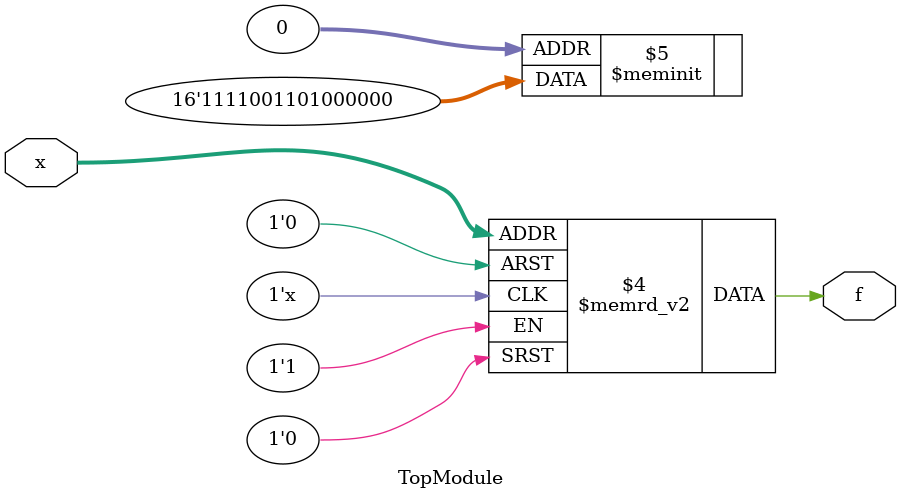
<source format=sv>
module TopModule(
    input logic [3:0] x,
    output logic f
);

    always @(*) begin
        case (x)
            4'b0000: f = 1'b0; // Choosing 0 for don't-care
            4'b0001: f = 1'b0;
            4'b0010: f = 1'b0; // Choosing 0 for don't-care
            4'b0011: f = 1'b0; // Choosing 0 for don't-care
            4'b0100: f = 1'b0;
            4'b0101: f = 1'b0; // Choosing 0 for don't-care
            4'b0110: f = 1'b1;
            4'b0111: f = 1'b0;
            4'b1100: f = 1'b1;
            4'b1101: f = 1'b1;
            4'b1110: f = 1'b1; // Choosing 1 for don't-care
            4'b1111: f = 1'b1; // Choosing 1 for don't-care
            4'b1000: f = 1'b1;
            4'b1001: f = 1'b1;
            4'b1010: f = 1'b0;
            4'b1011: f = 1'b0; // Choosing 0 for don't-care
            default: f = 1'b0; // Default case
        endcase
    end

endmodule
</source>
